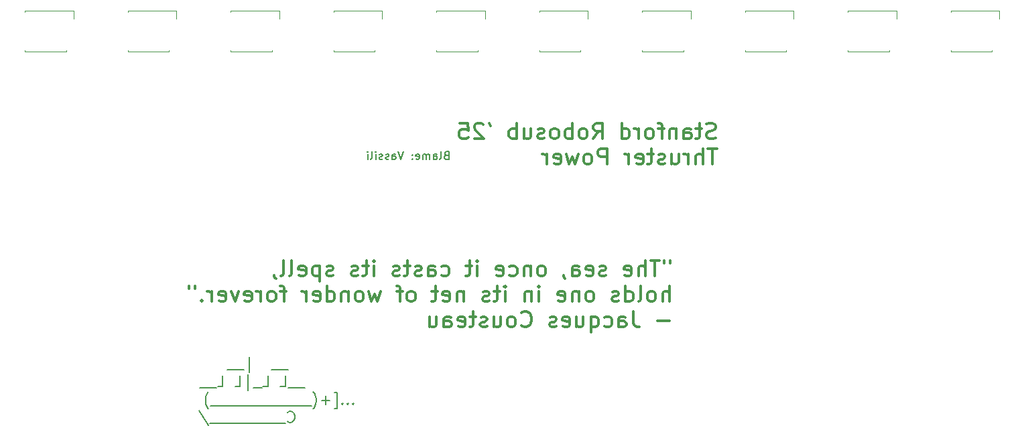
<source format=gbr>
%TF.GenerationSoftware,KiCad,Pcbnew,8.0.3*%
%TF.CreationDate,2025-06-04T12:12:44-07:00*%
%TF.ProjectId,Power_Distribution,506f7765-725f-4446-9973-747269627574,rev?*%
%TF.SameCoordinates,Original*%
%TF.FileFunction,Legend,Bot*%
%TF.FilePolarity,Positive*%
%FSLAX46Y46*%
G04 Gerber Fmt 4.6, Leading zero omitted, Abs format (unit mm)*
G04 Created by KiCad (PCBNEW 8.0.3) date 2025-06-04 12:12:44*
%MOMM*%
%LPD*%
G01*
G04 APERTURE LIST*
%ADD10C,0.150000*%
%ADD11C,0.300000*%
%ADD12C,0.120000*%
G04 APERTURE END LIST*
D10*
X118571313Y-98627834D02*
X117504646Y-98627834D01*
X117504646Y-98627834D02*
X116437979Y-98627834D01*
X113637978Y-98961167D02*
X113637978Y-96961167D01*
X112971312Y-98627834D02*
X111904645Y-98627834D01*
X111904645Y-98627834D02*
X110837978Y-98627834D01*
X120704647Y-100881756D02*
X119637980Y-100881756D01*
X119637980Y-100881756D02*
X118571313Y-100881756D01*
X117571313Y-100748422D02*
X118237979Y-100748422D01*
X118237979Y-100748422D02*
X118237979Y-99348422D01*
X115371313Y-100748422D02*
X116037979Y-100748422D01*
X116037979Y-100748422D02*
X116037979Y-99348422D01*
X115237980Y-100881756D02*
X114171313Y-100881756D01*
X113504646Y-101215089D02*
X113504646Y-99215089D01*
X111837980Y-100748422D02*
X112504646Y-100748422D01*
X112504646Y-100748422D02*
X112504646Y-99348422D01*
X109637980Y-100748422D02*
X110304646Y-100748422D01*
X110304646Y-100748422D02*
X110304646Y-99348422D01*
X109504647Y-100881756D02*
X108437980Y-100881756D01*
X108437980Y-100881756D02*
X107371313Y-100881756D01*
X126771315Y-102869011D02*
X126704649Y-102935678D01*
X126704649Y-102935678D02*
X126771315Y-103002344D01*
X126771315Y-103002344D02*
X126837982Y-102935678D01*
X126837982Y-102935678D02*
X126771315Y-102869011D01*
X126771315Y-102869011D02*
X126771315Y-103002344D01*
X126104648Y-102869011D02*
X126037982Y-102935678D01*
X126037982Y-102935678D02*
X126104648Y-103002344D01*
X126104648Y-103002344D02*
X126171315Y-102935678D01*
X126171315Y-102935678D02*
X126104648Y-102869011D01*
X126104648Y-102869011D02*
X126104648Y-103002344D01*
X125437981Y-102869011D02*
X125371315Y-102935678D01*
X125371315Y-102935678D02*
X125437981Y-103002344D01*
X125437981Y-103002344D02*
X125504648Y-102935678D01*
X125504648Y-102935678D02*
X125437981Y-102869011D01*
X125437981Y-102869011D02*
X125437981Y-103002344D01*
X124371314Y-103469011D02*
X124704648Y-103469011D01*
X124704648Y-103469011D02*
X124704648Y-101469011D01*
X124704648Y-101469011D02*
X124371314Y-101469011D01*
X123837981Y-102469011D02*
X122771315Y-102469011D01*
X123304648Y-103002344D02*
X123304648Y-101935678D01*
X121704648Y-103535678D02*
X121771315Y-103469011D01*
X121771315Y-103469011D02*
X121904648Y-103269011D01*
X121904648Y-103269011D02*
X121971315Y-103135678D01*
X121971315Y-103135678D02*
X122037982Y-102935678D01*
X122037982Y-102935678D02*
X122104648Y-102602344D01*
X122104648Y-102602344D02*
X122104648Y-102335678D01*
X122104648Y-102335678D02*
X122037982Y-102002344D01*
X122037982Y-102002344D02*
X121971315Y-101802344D01*
X121971315Y-101802344D02*
X121904648Y-101669011D01*
X121904648Y-101669011D02*
X121771315Y-101469011D01*
X121771315Y-101469011D02*
X121704648Y-101402344D01*
X121504649Y-103135678D02*
X120437982Y-103135678D01*
X120437982Y-103135678D02*
X119371315Y-103135678D01*
X119371315Y-103135678D02*
X118304648Y-103135678D01*
X118304648Y-103135678D02*
X117237981Y-103135678D01*
X117237981Y-103135678D02*
X116171314Y-103135678D01*
X116171314Y-103135678D02*
X115104647Y-103135678D01*
X115104647Y-103135678D02*
X114037980Y-103135678D01*
X114037980Y-103135678D02*
X112971313Y-103135678D01*
X112971313Y-103135678D02*
X111904646Y-103135678D01*
X111904646Y-103135678D02*
X110837979Y-103135678D01*
X110837979Y-103135678D02*
X109771312Y-103135678D01*
X109771312Y-103135678D02*
X108704645Y-103135678D01*
X108504645Y-103535678D02*
X108437978Y-103469011D01*
X108437978Y-103469011D02*
X108304645Y-103269011D01*
X108304645Y-103269011D02*
X108237978Y-103135678D01*
X108237978Y-103135678D02*
X108171311Y-102935678D01*
X108171311Y-102935678D02*
X108104645Y-102602344D01*
X108104645Y-102602344D02*
X108104645Y-102335678D01*
X108104645Y-102335678D02*
X108171311Y-102002344D01*
X108171311Y-102002344D02*
X108237978Y-101802344D01*
X108237978Y-101802344D02*
X108304645Y-101669011D01*
X108304645Y-101669011D02*
X108437978Y-101469011D01*
X108437978Y-101469011D02*
X108504645Y-101402344D01*
X118504646Y-105122933D02*
X118571313Y-105189600D01*
X118571313Y-105189600D02*
X118771313Y-105256266D01*
X118771313Y-105256266D02*
X118904646Y-105256266D01*
X118904646Y-105256266D02*
X119104646Y-105189600D01*
X119104646Y-105189600D02*
X119237980Y-105056266D01*
X119237980Y-105056266D02*
X119304646Y-104922933D01*
X119304646Y-104922933D02*
X119371313Y-104656266D01*
X119371313Y-104656266D02*
X119371313Y-104456266D01*
X119371313Y-104456266D02*
X119304646Y-104189600D01*
X119304646Y-104189600D02*
X119237980Y-104056266D01*
X119237980Y-104056266D02*
X119104646Y-103922933D01*
X119104646Y-103922933D02*
X118904646Y-103856266D01*
X118904646Y-103856266D02*
X118771313Y-103856266D01*
X118771313Y-103856266D02*
X118571313Y-103922933D01*
X118571313Y-103922933D02*
X118504646Y-103989600D01*
X118237980Y-105389600D02*
X117171313Y-105389600D01*
X117171313Y-105389600D02*
X116104646Y-105389600D01*
X116104646Y-105389600D02*
X115037979Y-105389600D01*
X115037979Y-105389600D02*
X113971312Y-105389600D01*
X113971312Y-105389600D02*
X112904645Y-105389600D01*
X112904645Y-105389600D02*
X111837978Y-105389600D01*
X111837978Y-105389600D02*
X110771311Y-105389600D01*
X110771311Y-105389600D02*
X109704644Y-105389600D01*
X109704644Y-105389600D02*
X108637977Y-105389600D01*
X107304643Y-103789600D02*
X108504643Y-105589600D01*
X138521887Y-71482009D02*
X138379030Y-71529628D01*
X138379030Y-71529628D02*
X138331411Y-71577247D01*
X138331411Y-71577247D02*
X138283792Y-71672485D01*
X138283792Y-71672485D02*
X138283792Y-71815342D01*
X138283792Y-71815342D02*
X138331411Y-71910580D01*
X138331411Y-71910580D02*
X138379030Y-71958200D01*
X138379030Y-71958200D02*
X138474268Y-72005819D01*
X138474268Y-72005819D02*
X138855220Y-72005819D01*
X138855220Y-72005819D02*
X138855220Y-71005819D01*
X138855220Y-71005819D02*
X138521887Y-71005819D01*
X138521887Y-71005819D02*
X138426649Y-71053438D01*
X138426649Y-71053438D02*
X138379030Y-71101057D01*
X138379030Y-71101057D02*
X138331411Y-71196295D01*
X138331411Y-71196295D02*
X138331411Y-71291533D01*
X138331411Y-71291533D02*
X138379030Y-71386771D01*
X138379030Y-71386771D02*
X138426649Y-71434390D01*
X138426649Y-71434390D02*
X138521887Y-71482009D01*
X138521887Y-71482009D02*
X138855220Y-71482009D01*
X137712363Y-72005819D02*
X137807601Y-71958200D01*
X137807601Y-71958200D02*
X137855220Y-71862961D01*
X137855220Y-71862961D02*
X137855220Y-71005819D01*
X136902839Y-72005819D02*
X136902839Y-71482009D01*
X136902839Y-71482009D02*
X136950458Y-71386771D01*
X136950458Y-71386771D02*
X137045696Y-71339152D01*
X137045696Y-71339152D02*
X137236172Y-71339152D01*
X137236172Y-71339152D02*
X137331410Y-71386771D01*
X136902839Y-71958200D02*
X136998077Y-72005819D01*
X136998077Y-72005819D02*
X137236172Y-72005819D01*
X137236172Y-72005819D02*
X137331410Y-71958200D01*
X137331410Y-71958200D02*
X137379029Y-71862961D01*
X137379029Y-71862961D02*
X137379029Y-71767723D01*
X137379029Y-71767723D02*
X137331410Y-71672485D01*
X137331410Y-71672485D02*
X137236172Y-71624866D01*
X137236172Y-71624866D02*
X136998077Y-71624866D01*
X136998077Y-71624866D02*
X136902839Y-71577247D01*
X136426648Y-72005819D02*
X136426648Y-71339152D01*
X136426648Y-71434390D02*
X136379029Y-71386771D01*
X136379029Y-71386771D02*
X136283791Y-71339152D01*
X136283791Y-71339152D02*
X136140934Y-71339152D01*
X136140934Y-71339152D02*
X136045696Y-71386771D01*
X136045696Y-71386771D02*
X135998077Y-71482009D01*
X135998077Y-71482009D02*
X135998077Y-72005819D01*
X135998077Y-71482009D02*
X135950458Y-71386771D01*
X135950458Y-71386771D02*
X135855220Y-71339152D01*
X135855220Y-71339152D02*
X135712363Y-71339152D01*
X135712363Y-71339152D02*
X135617124Y-71386771D01*
X135617124Y-71386771D02*
X135569505Y-71482009D01*
X135569505Y-71482009D02*
X135569505Y-72005819D01*
X134712363Y-71958200D02*
X134807601Y-72005819D01*
X134807601Y-72005819D02*
X134998077Y-72005819D01*
X134998077Y-72005819D02*
X135093315Y-71958200D01*
X135093315Y-71958200D02*
X135140934Y-71862961D01*
X135140934Y-71862961D02*
X135140934Y-71482009D01*
X135140934Y-71482009D02*
X135093315Y-71386771D01*
X135093315Y-71386771D02*
X134998077Y-71339152D01*
X134998077Y-71339152D02*
X134807601Y-71339152D01*
X134807601Y-71339152D02*
X134712363Y-71386771D01*
X134712363Y-71386771D02*
X134664744Y-71482009D01*
X134664744Y-71482009D02*
X134664744Y-71577247D01*
X134664744Y-71577247D02*
X135140934Y-71672485D01*
X134236172Y-71910580D02*
X134188553Y-71958200D01*
X134188553Y-71958200D02*
X134236172Y-72005819D01*
X134236172Y-72005819D02*
X134283791Y-71958200D01*
X134283791Y-71958200D02*
X134236172Y-71910580D01*
X134236172Y-71910580D02*
X134236172Y-72005819D01*
X134236172Y-71386771D02*
X134188553Y-71434390D01*
X134188553Y-71434390D02*
X134236172Y-71482009D01*
X134236172Y-71482009D02*
X134283791Y-71434390D01*
X134283791Y-71434390D02*
X134236172Y-71386771D01*
X134236172Y-71386771D02*
X134236172Y-71482009D01*
X133140934Y-71005819D02*
X132807601Y-72005819D01*
X132807601Y-72005819D02*
X132474268Y-71005819D01*
X131712363Y-72005819D02*
X131712363Y-71482009D01*
X131712363Y-71482009D02*
X131759982Y-71386771D01*
X131759982Y-71386771D02*
X131855220Y-71339152D01*
X131855220Y-71339152D02*
X132045696Y-71339152D01*
X132045696Y-71339152D02*
X132140934Y-71386771D01*
X131712363Y-71958200D02*
X131807601Y-72005819D01*
X131807601Y-72005819D02*
X132045696Y-72005819D01*
X132045696Y-72005819D02*
X132140934Y-71958200D01*
X132140934Y-71958200D02*
X132188553Y-71862961D01*
X132188553Y-71862961D02*
X132188553Y-71767723D01*
X132188553Y-71767723D02*
X132140934Y-71672485D01*
X132140934Y-71672485D02*
X132045696Y-71624866D01*
X132045696Y-71624866D02*
X131807601Y-71624866D01*
X131807601Y-71624866D02*
X131712363Y-71577247D01*
X131283791Y-71958200D02*
X131188553Y-72005819D01*
X131188553Y-72005819D02*
X130998077Y-72005819D01*
X130998077Y-72005819D02*
X130902839Y-71958200D01*
X130902839Y-71958200D02*
X130855220Y-71862961D01*
X130855220Y-71862961D02*
X130855220Y-71815342D01*
X130855220Y-71815342D02*
X130902839Y-71720104D01*
X130902839Y-71720104D02*
X130998077Y-71672485D01*
X130998077Y-71672485D02*
X131140934Y-71672485D01*
X131140934Y-71672485D02*
X131236172Y-71624866D01*
X131236172Y-71624866D02*
X131283791Y-71529628D01*
X131283791Y-71529628D02*
X131283791Y-71482009D01*
X131283791Y-71482009D02*
X131236172Y-71386771D01*
X131236172Y-71386771D02*
X131140934Y-71339152D01*
X131140934Y-71339152D02*
X130998077Y-71339152D01*
X130998077Y-71339152D02*
X130902839Y-71386771D01*
X130474267Y-71958200D02*
X130379029Y-72005819D01*
X130379029Y-72005819D02*
X130188553Y-72005819D01*
X130188553Y-72005819D02*
X130093315Y-71958200D01*
X130093315Y-71958200D02*
X130045696Y-71862961D01*
X130045696Y-71862961D02*
X130045696Y-71815342D01*
X130045696Y-71815342D02*
X130093315Y-71720104D01*
X130093315Y-71720104D02*
X130188553Y-71672485D01*
X130188553Y-71672485D02*
X130331410Y-71672485D01*
X130331410Y-71672485D02*
X130426648Y-71624866D01*
X130426648Y-71624866D02*
X130474267Y-71529628D01*
X130474267Y-71529628D02*
X130474267Y-71482009D01*
X130474267Y-71482009D02*
X130426648Y-71386771D01*
X130426648Y-71386771D02*
X130331410Y-71339152D01*
X130331410Y-71339152D02*
X130188553Y-71339152D01*
X130188553Y-71339152D02*
X130093315Y-71386771D01*
X129617124Y-72005819D02*
X129617124Y-71339152D01*
X129617124Y-71005819D02*
X129664743Y-71053438D01*
X129664743Y-71053438D02*
X129617124Y-71101057D01*
X129617124Y-71101057D02*
X129569505Y-71053438D01*
X129569505Y-71053438D02*
X129617124Y-71005819D01*
X129617124Y-71005819D02*
X129617124Y-71101057D01*
X128998077Y-72005819D02*
X129093315Y-71958200D01*
X129093315Y-71958200D02*
X129140934Y-71862961D01*
X129140934Y-71862961D02*
X129140934Y-71005819D01*
X128617124Y-72005819D02*
X128617124Y-71339152D01*
X128617124Y-71005819D02*
X128664743Y-71053438D01*
X128664743Y-71053438D02*
X128617124Y-71101057D01*
X128617124Y-71101057D02*
X128569505Y-71053438D01*
X128569505Y-71053438D02*
X128617124Y-71005819D01*
X128617124Y-71005819D02*
X128617124Y-71101057D01*
D11*
X166807679Y-84771862D02*
X166807679Y-85152814D01*
X166045774Y-84771862D02*
X166045774Y-85152814D01*
X165474345Y-84771862D02*
X164331488Y-84771862D01*
X164902917Y-86771862D02*
X164902917Y-84771862D01*
X163664821Y-86771862D02*
X163664821Y-84771862D01*
X162807678Y-86771862D02*
X162807678Y-85724243D01*
X162807678Y-85724243D02*
X162902916Y-85533766D01*
X162902916Y-85533766D02*
X163093392Y-85438528D01*
X163093392Y-85438528D02*
X163379107Y-85438528D01*
X163379107Y-85438528D02*
X163569583Y-85533766D01*
X163569583Y-85533766D02*
X163664821Y-85629004D01*
X161093392Y-86676624D02*
X161283868Y-86771862D01*
X161283868Y-86771862D02*
X161664821Y-86771862D01*
X161664821Y-86771862D02*
X161855297Y-86676624D01*
X161855297Y-86676624D02*
X161950535Y-86486147D01*
X161950535Y-86486147D02*
X161950535Y-85724243D01*
X161950535Y-85724243D02*
X161855297Y-85533766D01*
X161855297Y-85533766D02*
X161664821Y-85438528D01*
X161664821Y-85438528D02*
X161283868Y-85438528D01*
X161283868Y-85438528D02*
X161093392Y-85533766D01*
X161093392Y-85533766D02*
X160998154Y-85724243D01*
X160998154Y-85724243D02*
X160998154Y-85914719D01*
X160998154Y-85914719D02*
X161950535Y-86105195D01*
X158712439Y-86676624D02*
X158521963Y-86771862D01*
X158521963Y-86771862D02*
X158141011Y-86771862D01*
X158141011Y-86771862D02*
X157950534Y-86676624D01*
X157950534Y-86676624D02*
X157855296Y-86486147D01*
X157855296Y-86486147D02*
X157855296Y-86390909D01*
X157855296Y-86390909D02*
X157950534Y-86200433D01*
X157950534Y-86200433D02*
X158141011Y-86105195D01*
X158141011Y-86105195D02*
X158426725Y-86105195D01*
X158426725Y-86105195D02*
X158617201Y-86009957D01*
X158617201Y-86009957D02*
X158712439Y-85819481D01*
X158712439Y-85819481D02*
X158712439Y-85724243D01*
X158712439Y-85724243D02*
X158617201Y-85533766D01*
X158617201Y-85533766D02*
X158426725Y-85438528D01*
X158426725Y-85438528D02*
X158141011Y-85438528D01*
X158141011Y-85438528D02*
X157950534Y-85533766D01*
X156236248Y-86676624D02*
X156426724Y-86771862D01*
X156426724Y-86771862D02*
X156807677Y-86771862D01*
X156807677Y-86771862D02*
X156998153Y-86676624D01*
X156998153Y-86676624D02*
X157093391Y-86486147D01*
X157093391Y-86486147D02*
X157093391Y-85724243D01*
X157093391Y-85724243D02*
X156998153Y-85533766D01*
X156998153Y-85533766D02*
X156807677Y-85438528D01*
X156807677Y-85438528D02*
X156426724Y-85438528D01*
X156426724Y-85438528D02*
X156236248Y-85533766D01*
X156236248Y-85533766D02*
X156141010Y-85724243D01*
X156141010Y-85724243D02*
X156141010Y-85914719D01*
X156141010Y-85914719D02*
X157093391Y-86105195D01*
X154426724Y-86771862D02*
X154426724Y-85724243D01*
X154426724Y-85724243D02*
X154521962Y-85533766D01*
X154521962Y-85533766D02*
X154712438Y-85438528D01*
X154712438Y-85438528D02*
X155093391Y-85438528D01*
X155093391Y-85438528D02*
X155283867Y-85533766D01*
X154426724Y-86676624D02*
X154617200Y-86771862D01*
X154617200Y-86771862D02*
X155093391Y-86771862D01*
X155093391Y-86771862D02*
X155283867Y-86676624D01*
X155283867Y-86676624D02*
X155379105Y-86486147D01*
X155379105Y-86486147D02*
X155379105Y-86295671D01*
X155379105Y-86295671D02*
X155283867Y-86105195D01*
X155283867Y-86105195D02*
X155093391Y-86009957D01*
X155093391Y-86009957D02*
X154617200Y-86009957D01*
X154617200Y-86009957D02*
X154426724Y-85914719D01*
X153379105Y-86676624D02*
X153379105Y-86771862D01*
X153379105Y-86771862D02*
X153474343Y-86962338D01*
X153474343Y-86962338D02*
X153569581Y-87057576D01*
X150712438Y-86771862D02*
X150902914Y-86676624D01*
X150902914Y-86676624D02*
X150998152Y-86581385D01*
X150998152Y-86581385D02*
X151093390Y-86390909D01*
X151093390Y-86390909D02*
X151093390Y-85819481D01*
X151093390Y-85819481D02*
X150998152Y-85629004D01*
X150998152Y-85629004D02*
X150902914Y-85533766D01*
X150902914Y-85533766D02*
X150712438Y-85438528D01*
X150712438Y-85438528D02*
X150426723Y-85438528D01*
X150426723Y-85438528D02*
X150236247Y-85533766D01*
X150236247Y-85533766D02*
X150141009Y-85629004D01*
X150141009Y-85629004D02*
X150045771Y-85819481D01*
X150045771Y-85819481D02*
X150045771Y-86390909D01*
X150045771Y-86390909D02*
X150141009Y-86581385D01*
X150141009Y-86581385D02*
X150236247Y-86676624D01*
X150236247Y-86676624D02*
X150426723Y-86771862D01*
X150426723Y-86771862D02*
X150712438Y-86771862D01*
X149188628Y-85438528D02*
X149188628Y-86771862D01*
X149188628Y-85629004D02*
X149093390Y-85533766D01*
X149093390Y-85533766D02*
X148902914Y-85438528D01*
X148902914Y-85438528D02*
X148617199Y-85438528D01*
X148617199Y-85438528D02*
X148426723Y-85533766D01*
X148426723Y-85533766D02*
X148331485Y-85724243D01*
X148331485Y-85724243D02*
X148331485Y-86771862D01*
X146521961Y-86676624D02*
X146712437Y-86771862D01*
X146712437Y-86771862D02*
X147093390Y-86771862D01*
X147093390Y-86771862D02*
X147283866Y-86676624D01*
X147283866Y-86676624D02*
X147379104Y-86581385D01*
X147379104Y-86581385D02*
X147474342Y-86390909D01*
X147474342Y-86390909D02*
X147474342Y-85819481D01*
X147474342Y-85819481D02*
X147379104Y-85629004D01*
X147379104Y-85629004D02*
X147283866Y-85533766D01*
X147283866Y-85533766D02*
X147093390Y-85438528D01*
X147093390Y-85438528D02*
X146712437Y-85438528D01*
X146712437Y-85438528D02*
X146521961Y-85533766D01*
X144902913Y-86676624D02*
X145093389Y-86771862D01*
X145093389Y-86771862D02*
X145474342Y-86771862D01*
X145474342Y-86771862D02*
X145664818Y-86676624D01*
X145664818Y-86676624D02*
X145760056Y-86486147D01*
X145760056Y-86486147D02*
X145760056Y-85724243D01*
X145760056Y-85724243D02*
X145664818Y-85533766D01*
X145664818Y-85533766D02*
X145474342Y-85438528D01*
X145474342Y-85438528D02*
X145093389Y-85438528D01*
X145093389Y-85438528D02*
X144902913Y-85533766D01*
X144902913Y-85533766D02*
X144807675Y-85724243D01*
X144807675Y-85724243D02*
X144807675Y-85914719D01*
X144807675Y-85914719D02*
X145760056Y-86105195D01*
X142426722Y-86771862D02*
X142426722Y-85438528D01*
X142426722Y-84771862D02*
X142521960Y-84867100D01*
X142521960Y-84867100D02*
X142426722Y-84962338D01*
X142426722Y-84962338D02*
X142331484Y-84867100D01*
X142331484Y-84867100D02*
X142426722Y-84771862D01*
X142426722Y-84771862D02*
X142426722Y-84962338D01*
X141760055Y-85438528D02*
X140998151Y-85438528D01*
X141474341Y-84771862D02*
X141474341Y-86486147D01*
X141474341Y-86486147D02*
X141379103Y-86676624D01*
X141379103Y-86676624D02*
X141188627Y-86771862D01*
X141188627Y-86771862D02*
X140998151Y-86771862D01*
X137950531Y-86676624D02*
X138141007Y-86771862D01*
X138141007Y-86771862D02*
X138521960Y-86771862D01*
X138521960Y-86771862D02*
X138712436Y-86676624D01*
X138712436Y-86676624D02*
X138807674Y-86581385D01*
X138807674Y-86581385D02*
X138902912Y-86390909D01*
X138902912Y-86390909D02*
X138902912Y-85819481D01*
X138902912Y-85819481D02*
X138807674Y-85629004D01*
X138807674Y-85629004D02*
X138712436Y-85533766D01*
X138712436Y-85533766D02*
X138521960Y-85438528D01*
X138521960Y-85438528D02*
X138141007Y-85438528D01*
X138141007Y-85438528D02*
X137950531Y-85533766D01*
X136236245Y-86771862D02*
X136236245Y-85724243D01*
X136236245Y-85724243D02*
X136331483Y-85533766D01*
X136331483Y-85533766D02*
X136521959Y-85438528D01*
X136521959Y-85438528D02*
X136902912Y-85438528D01*
X136902912Y-85438528D02*
X137093388Y-85533766D01*
X136236245Y-86676624D02*
X136426721Y-86771862D01*
X136426721Y-86771862D02*
X136902912Y-86771862D01*
X136902912Y-86771862D02*
X137093388Y-86676624D01*
X137093388Y-86676624D02*
X137188626Y-86486147D01*
X137188626Y-86486147D02*
X137188626Y-86295671D01*
X137188626Y-86295671D02*
X137093388Y-86105195D01*
X137093388Y-86105195D02*
X136902912Y-86009957D01*
X136902912Y-86009957D02*
X136426721Y-86009957D01*
X136426721Y-86009957D02*
X136236245Y-85914719D01*
X135379102Y-86676624D02*
X135188626Y-86771862D01*
X135188626Y-86771862D02*
X134807674Y-86771862D01*
X134807674Y-86771862D02*
X134617197Y-86676624D01*
X134617197Y-86676624D02*
X134521959Y-86486147D01*
X134521959Y-86486147D02*
X134521959Y-86390909D01*
X134521959Y-86390909D02*
X134617197Y-86200433D01*
X134617197Y-86200433D02*
X134807674Y-86105195D01*
X134807674Y-86105195D02*
X135093388Y-86105195D01*
X135093388Y-86105195D02*
X135283864Y-86009957D01*
X135283864Y-86009957D02*
X135379102Y-85819481D01*
X135379102Y-85819481D02*
X135379102Y-85724243D01*
X135379102Y-85724243D02*
X135283864Y-85533766D01*
X135283864Y-85533766D02*
X135093388Y-85438528D01*
X135093388Y-85438528D02*
X134807674Y-85438528D01*
X134807674Y-85438528D02*
X134617197Y-85533766D01*
X133950530Y-85438528D02*
X133188626Y-85438528D01*
X133664816Y-84771862D02*
X133664816Y-86486147D01*
X133664816Y-86486147D02*
X133569578Y-86676624D01*
X133569578Y-86676624D02*
X133379102Y-86771862D01*
X133379102Y-86771862D02*
X133188626Y-86771862D01*
X132617197Y-86676624D02*
X132426721Y-86771862D01*
X132426721Y-86771862D02*
X132045769Y-86771862D01*
X132045769Y-86771862D02*
X131855292Y-86676624D01*
X131855292Y-86676624D02*
X131760054Y-86486147D01*
X131760054Y-86486147D02*
X131760054Y-86390909D01*
X131760054Y-86390909D02*
X131855292Y-86200433D01*
X131855292Y-86200433D02*
X132045769Y-86105195D01*
X132045769Y-86105195D02*
X132331483Y-86105195D01*
X132331483Y-86105195D02*
X132521959Y-86009957D01*
X132521959Y-86009957D02*
X132617197Y-85819481D01*
X132617197Y-85819481D02*
X132617197Y-85724243D01*
X132617197Y-85724243D02*
X132521959Y-85533766D01*
X132521959Y-85533766D02*
X132331483Y-85438528D01*
X132331483Y-85438528D02*
X132045769Y-85438528D01*
X132045769Y-85438528D02*
X131855292Y-85533766D01*
X129379101Y-86771862D02*
X129379101Y-85438528D01*
X129379101Y-84771862D02*
X129474339Y-84867100D01*
X129474339Y-84867100D02*
X129379101Y-84962338D01*
X129379101Y-84962338D02*
X129283863Y-84867100D01*
X129283863Y-84867100D02*
X129379101Y-84771862D01*
X129379101Y-84771862D02*
X129379101Y-84962338D01*
X128712434Y-85438528D02*
X127950530Y-85438528D01*
X128426720Y-84771862D02*
X128426720Y-86486147D01*
X128426720Y-86486147D02*
X128331482Y-86676624D01*
X128331482Y-86676624D02*
X128141006Y-86771862D01*
X128141006Y-86771862D02*
X127950530Y-86771862D01*
X127379101Y-86676624D02*
X127188625Y-86771862D01*
X127188625Y-86771862D02*
X126807673Y-86771862D01*
X126807673Y-86771862D02*
X126617196Y-86676624D01*
X126617196Y-86676624D02*
X126521958Y-86486147D01*
X126521958Y-86486147D02*
X126521958Y-86390909D01*
X126521958Y-86390909D02*
X126617196Y-86200433D01*
X126617196Y-86200433D02*
X126807673Y-86105195D01*
X126807673Y-86105195D02*
X127093387Y-86105195D01*
X127093387Y-86105195D02*
X127283863Y-86009957D01*
X127283863Y-86009957D02*
X127379101Y-85819481D01*
X127379101Y-85819481D02*
X127379101Y-85724243D01*
X127379101Y-85724243D02*
X127283863Y-85533766D01*
X127283863Y-85533766D02*
X127093387Y-85438528D01*
X127093387Y-85438528D02*
X126807673Y-85438528D01*
X126807673Y-85438528D02*
X126617196Y-85533766D01*
X124236243Y-86676624D02*
X124045767Y-86771862D01*
X124045767Y-86771862D02*
X123664815Y-86771862D01*
X123664815Y-86771862D02*
X123474338Y-86676624D01*
X123474338Y-86676624D02*
X123379100Y-86486147D01*
X123379100Y-86486147D02*
X123379100Y-86390909D01*
X123379100Y-86390909D02*
X123474338Y-86200433D01*
X123474338Y-86200433D02*
X123664815Y-86105195D01*
X123664815Y-86105195D02*
X123950529Y-86105195D01*
X123950529Y-86105195D02*
X124141005Y-86009957D01*
X124141005Y-86009957D02*
X124236243Y-85819481D01*
X124236243Y-85819481D02*
X124236243Y-85724243D01*
X124236243Y-85724243D02*
X124141005Y-85533766D01*
X124141005Y-85533766D02*
X123950529Y-85438528D01*
X123950529Y-85438528D02*
X123664815Y-85438528D01*
X123664815Y-85438528D02*
X123474338Y-85533766D01*
X122521957Y-85438528D02*
X122521957Y-87438528D01*
X122521957Y-85533766D02*
X122331481Y-85438528D01*
X122331481Y-85438528D02*
X121950528Y-85438528D01*
X121950528Y-85438528D02*
X121760052Y-85533766D01*
X121760052Y-85533766D02*
X121664814Y-85629004D01*
X121664814Y-85629004D02*
X121569576Y-85819481D01*
X121569576Y-85819481D02*
X121569576Y-86390909D01*
X121569576Y-86390909D02*
X121664814Y-86581385D01*
X121664814Y-86581385D02*
X121760052Y-86676624D01*
X121760052Y-86676624D02*
X121950528Y-86771862D01*
X121950528Y-86771862D02*
X122331481Y-86771862D01*
X122331481Y-86771862D02*
X122521957Y-86676624D01*
X119950528Y-86676624D02*
X120141004Y-86771862D01*
X120141004Y-86771862D02*
X120521957Y-86771862D01*
X120521957Y-86771862D02*
X120712433Y-86676624D01*
X120712433Y-86676624D02*
X120807671Y-86486147D01*
X120807671Y-86486147D02*
X120807671Y-85724243D01*
X120807671Y-85724243D02*
X120712433Y-85533766D01*
X120712433Y-85533766D02*
X120521957Y-85438528D01*
X120521957Y-85438528D02*
X120141004Y-85438528D01*
X120141004Y-85438528D02*
X119950528Y-85533766D01*
X119950528Y-85533766D02*
X119855290Y-85724243D01*
X119855290Y-85724243D02*
X119855290Y-85914719D01*
X119855290Y-85914719D02*
X120807671Y-86105195D01*
X118712433Y-86771862D02*
X118902909Y-86676624D01*
X118902909Y-86676624D02*
X118998147Y-86486147D01*
X118998147Y-86486147D02*
X118998147Y-84771862D01*
X117664814Y-86771862D02*
X117855290Y-86676624D01*
X117855290Y-86676624D02*
X117950528Y-86486147D01*
X117950528Y-86486147D02*
X117950528Y-84771862D01*
X116807671Y-86676624D02*
X116807671Y-86771862D01*
X116807671Y-86771862D02*
X116902909Y-86962338D01*
X116902909Y-86962338D02*
X116998147Y-87057576D01*
X166712441Y-89991750D02*
X166712441Y-87991750D01*
X165855298Y-89991750D02*
X165855298Y-88944131D01*
X165855298Y-88944131D02*
X165950536Y-88753654D01*
X165950536Y-88753654D02*
X166141012Y-88658416D01*
X166141012Y-88658416D02*
X166426727Y-88658416D01*
X166426727Y-88658416D02*
X166617203Y-88753654D01*
X166617203Y-88753654D02*
X166712441Y-88848892D01*
X164617203Y-89991750D02*
X164807679Y-89896512D01*
X164807679Y-89896512D02*
X164902917Y-89801273D01*
X164902917Y-89801273D02*
X164998155Y-89610797D01*
X164998155Y-89610797D02*
X164998155Y-89039369D01*
X164998155Y-89039369D02*
X164902917Y-88848892D01*
X164902917Y-88848892D02*
X164807679Y-88753654D01*
X164807679Y-88753654D02*
X164617203Y-88658416D01*
X164617203Y-88658416D02*
X164331488Y-88658416D01*
X164331488Y-88658416D02*
X164141012Y-88753654D01*
X164141012Y-88753654D02*
X164045774Y-88848892D01*
X164045774Y-88848892D02*
X163950536Y-89039369D01*
X163950536Y-89039369D02*
X163950536Y-89610797D01*
X163950536Y-89610797D02*
X164045774Y-89801273D01*
X164045774Y-89801273D02*
X164141012Y-89896512D01*
X164141012Y-89896512D02*
X164331488Y-89991750D01*
X164331488Y-89991750D02*
X164617203Y-89991750D01*
X162807679Y-89991750D02*
X162998155Y-89896512D01*
X162998155Y-89896512D02*
X163093393Y-89706035D01*
X163093393Y-89706035D02*
X163093393Y-87991750D01*
X161188631Y-89991750D02*
X161188631Y-87991750D01*
X161188631Y-89896512D02*
X161379107Y-89991750D01*
X161379107Y-89991750D02*
X161760060Y-89991750D01*
X161760060Y-89991750D02*
X161950536Y-89896512D01*
X161950536Y-89896512D02*
X162045774Y-89801273D01*
X162045774Y-89801273D02*
X162141012Y-89610797D01*
X162141012Y-89610797D02*
X162141012Y-89039369D01*
X162141012Y-89039369D02*
X162045774Y-88848892D01*
X162045774Y-88848892D02*
X161950536Y-88753654D01*
X161950536Y-88753654D02*
X161760060Y-88658416D01*
X161760060Y-88658416D02*
X161379107Y-88658416D01*
X161379107Y-88658416D02*
X161188631Y-88753654D01*
X160331488Y-89896512D02*
X160141012Y-89991750D01*
X160141012Y-89991750D02*
X159760060Y-89991750D01*
X159760060Y-89991750D02*
X159569583Y-89896512D01*
X159569583Y-89896512D02*
X159474345Y-89706035D01*
X159474345Y-89706035D02*
X159474345Y-89610797D01*
X159474345Y-89610797D02*
X159569583Y-89420321D01*
X159569583Y-89420321D02*
X159760060Y-89325083D01*
X159760060Y-89325083D02*
X160045774Y-89325083D01*
X160045774Y-89325083D02*
X160236250Y-89229845D01*
X160236250Y-89229845D02*
X160331488Y-89039369D01*
X160331488Y-89039369D02*
X160331488Y-88944131D01*
X160331488Y-88944131D02*
X160236250Y-88753654D01*
X160236250Y-88753654D02*
X160045774Y-88658416D01*
X160045774Y-88658416D02*
X159760060Y-88658416D01*
X159760060Y-88658416D02*
X159569583Y-88753654D01*
X156807678Y-89991750D02*
X156998154Y-89896512D01*
X156998154Y-89896512D02*
X157093392Y-89801273D01*
X157093392Y-89801273D02*
X157188630Y-89610797D01*
X157188630Y-89610797D02*
X157188630Y-89039369D01*
X157188630Y-89039369D02*
X157093392Y-88848892D01*
X157093392Y-88848892D02*
X156998154Y-88753654D01*
X156998154Y-88753654D02*
X156807678Y-88658416D01*
X156807678Y-88658416D02*
X156521963Y-88658416D01*
X156521963Y-88658416D02*
X156331487Y-88753654D01*
X156331487Y-88753654D02*
X156236249Y-88848892D01*
X156236249Y-88848892D02*
X156141011Y-89039369D01*
X156141011Y-89039369D02*
X156141011Y-89610797D01*
X156141011Y-89610797D02*
X156236249Y-89801273D01*
X156236249Y-89801273D02*
X156331487Y-89896512D01*
X156331487Y-89896512D02*
X156521963Y-89991750D01*
X156521963Y-89991750D02*
X156807678Y-89991750D01*
X155283868Y-88658416D02*
X155283868Y-89991750D01*
X155283868Y-88848892D02*
X155188630Y-88753654D01*
X155188630Y-88753654D02*
X154998154Y-88658416D01*
X154998154Y-88658416D02*
X154712439Y-88658416D01*
X154712439Y-88658416D02*
X154521963Y-88753654D01*
X154521963Y-88753654D02*
X154426725Y-88944131D01*
X154426725Y-88944131D02*
X154426725Y-89991750D01*
X152712439Y-89896512D02*
X152902915Y-89991750D01*
X152902915Y-89991750D02*
X153283868Y-89991750D01*
X153283868Y-89991750D02*
X153474344Y-89896512D01*
X153474344Y-89896512D02*
X153569582Y-89706035D01*
X153569582Y-89706035D02*
X153569582Y-88944131D01*
X153569582Y-88944131D02*
X153474344Y-88753654D01*
X153474344Y-88753654D02*
X153283868Y-88658416D01*
X153283868Y-88658416D02*
X152902915Y-88658416D01*
X152902915Y-88658416D02*
X152712439Y-88753654D01*
X152712439Y-88753654D02*
X152617201Y-88944131D01*
X152617201Y-88944131D02*
X152617201Y-89134607D01*
X152617201Y-89134607D02*
X153569582Y-89325083D01*
X150236248Y-89991750D02*
X150236248Y-88658416D01*
X150236248Y-87991750D02*
X150331486Y-88086988D01*
X150331486Y-88086988D02*
X150236248Y-88182226D01*
X150236248Y-88182226D02*
X150141010Y-88086988D01*
X150141010Y-88086988D02*
X150236248Y-87991750D01*
X150236248Y-87991750D02*
X150236248Y-88182226D01*
X149283867Y-88658416D02*
X149283867Y-89991750D01*
X149283867Y-88848892D02*
X149188629Y-88753654D01*
X149188629Y-88753654D02*
X148998153Y-88658416D01*
X148998153Y-88658416D02*
X148712438Y-88658416D01*
X148712438Y-88658416D02*
X148521962Y-88753654D01*
X148521962Y-88753654D02*
X148426724Y-88944131D01*
X148426724Y-88944131D02*
X148426724Y-89991750D01*
X145950533Y-89991750D02*
X145950533Y-88658416D01*
X145950533Y-87991750D02*
X146045771Y-88086988D01*
X146045771Y-88086988D02*
X145950533Y-88182226D01*
X145950533Y-88182226D02*
X145855295Y-88086988D01*
X145855295Y-88086988D02*
X145950533Y-87991750D01*
X145950533Y-87991750D02*
X145950533Y-88182226D01*
X145283866Y-88658416D02*
X144521962Y-88658416D01*
X144998152Y-87991750D02*
X144998152Y-89706035D01*
X144998152Y-89706035D02*
X144902914Y-89896512D01*
X144902914Y-89896512D02*
X144712438Y-89991750D01*
X144712438Y-89991750D02*
X144521962Y-89991750D01*
X143950533Y-89896512D02*
X143760057Y-89991750D01*
X143760057Y-89991750D02*
X143379105Y-89991750D01*
X143379105Y-89991750D02*
X143188628Y-89896512D01*
X143188628Y-89896512D02*
X143093390Y-89706035D01*
X143093390Y-89706035D02*
X143093390Y-89610797D01*
X143093390Y-89610797D02*
X143188628Y-89420321D01*
X143188628Y-89420321D02*
X143379105Y-89325083D01*
X143379105Y-89325083D02*
X143664819Y-89325083D01*
X143664819Y-89325083D02*
X143855295Y-89229845D01*
X143855295Y-89229845D02*
X143950533Y-89039369D01*
X143950533Y-89039369D02*
X143950533Y-88944131D01*
X143950533Y-88944131D02*
X143855295Y-88753654D01*
X143855295Y-88753654D02*
X143664819Y-88658416D01*
X143664819Y-88658416D02*
X143379105Y-88658416D01*
X143379105Y-88658416D02*
X143188628Y-88753654D01*
X140712437Y-88658416D02*
X140712437Y-89991750D01*
X140712437Y-88848892D02*
X140617199Y-88753654D01*
X140617199Y-88753654D02*
X140426723Y-88658416D01*
X140426723Y-88658416D02*
X140141008Y-88658416D01*
X140141008Y-88658416D02*
X139950532Y-88753654D01*
X139950532Y-88753654D02*
X139855294Y-88944131D01*
X139855294Y-88944131D02*
X139855294Y-89991750D01*
X138141008Y-89896512D02*
X138331484Y-89991750D01*
X138331484Y-89991750D02*
X138712437Y-89991750D01*
X138712437Y-89991750D02*
X138902913Y-89896512D01*
X138902913Y-89896512D02*
X138998151Y-89706035D01*
X138998151Y-89706035D02*
X138998151Y-88944131D01*
X138998151Y-88944131D02*
X138902913Y-88753654D01*
X138902913Y-88753654D02*
X138712437Y-88658416D01*
X138712437Y-88658416D02*
X138331484Y-88658416D01*
X138331484Y-88658416D02*
X138141008Y-88753654D01*
X138141008Y-88753654D02*
X138045770Y-88944131D01*
X138045770Y-88944131D02*
X138045770Y-89134607D01*
X138045770Y-89134607D02*
X138998151Y-89325083D01*
X137474341Y-88658416D02*
X136712437Y-88658416D01*
X137188627Y-87991750D02*
X137188627Y-89706035D01*
X137188627Y-89706035D02*
X137093389Y-89896512D01*
X137093389Y-89896512D02*
X136902913Y-89991750D01*
X136902913Y-89991750D02*
X136712437Y-89991750D01*
X134236246Y-89991750D02*
X134426722Y-89896512D01*
X134426722Y-89896512D02*
X134521960Y-89801273D01*
X134521960Y-89801273D02*
X134617198Y-89610797D01*
X134617198Y-89610797D02*
X134617198Y-89039369D01*
X134617198Y-89039369D02*
X134521960Y-88848892D01*
X134521960Y-88848892D02*
X134426722Y-88753654D01*
X134426722Y-88753654D02*
X134236246Y-88658416D01*
X134236246Y-88658416D02*
X133950531Y-88658416D01*
X133950531Y-88658416D02*
X133760055Y-88753654D01*
X133760055Y-88753654D02*
X133664817Y-88848892D01*
X133664817Y-88848892D02*
X133569579Y-89039369D01*
X133569579Y-89039369D02*
X133569579Y-89610797D01*
X133569579Y-89610797D02*
X133664817Y-89801273D01*
X133664817Y-89801273D02*
X133760055Y-89896512D01*
X133760055Y-89896512D02*
X133950531Y-89991750D01*
X133950531Y-89991750D02*
X134236246Y-89991750D01*
X132998150Y-88658416D02*
X132236246Y-88658416D01*
X132712436Y-89991750D02*
X132712436Y-88277464D01*
X132712436Y-88277464D02*
X132617198Y-88086988D01*
X132617198Y-88086988D02*
X132426722Y-87991750D01*
X132426722Y-87991750D02*
X132236246Y-87991750D01*
X130236245Y-88658416D02*
X129855293Y-89991750D01*
X129855293Y-89991750D02*
X129474340Y-89039369D01*
X129474340Y-89039369D02*
X129093388Y-89991750D01*
X129093388Y-89991750D02*
X128712436Y-88658416D01*
X127664817Y-89991750D02*
X127855293Y-89896512D01*
X127855293Y-89896512D02*
X127950531Y-89801273D01*
X127950531Y-89801273D02*
X128045769Y-89610797D01*
X128045769Y-89610797D02*
X128045769Y-89039369D01*
X128045769Y-89039369D02*
X127950531Y-88848892D01*
X127950531Y-88848892D02*
X127855293Y-88753654D01*
X127855293Y-88753654D02*
X127664817Y-88658416D01*
X127664817Y-88658416D02*
X127379102Y-88658416D01*
X127379102Y-88658416D02*
X127188626Y-88753654D01*
X127188626Y-88753654D02*
X127093388Y-88848892D01*
X127093388Y-88848892D02*
X126998150Y-89039369D01*
X126998150Y-89039369D02*
X126998150Y-89610797D01*
X126998150Y-89610797D02*
X127093388Y-89801273D01*
X127093388Y-89801273D02*
X127188626Y-89896512D01*
X127188626Y-89896512D02*
X127379102Y-89991750D01*
X127379102Y-89991750D02*
X127664817Y-89991750D01*
X126141007Y-88658416D02*
X126141007Y-89991750D01*
X126141007Y-88848892D02*
X126045769Y-88753654D01*
X126045769Y-88753654D02*
X125855293Y-88658416D01*
X125855293Y-88658416D02*
X125569578Y-88658416D01*
X125569578Y-88658416D02*
X125379102Y-88753654D01*
X125379102Y-88753654D02*
X125283864Y-88944131D01*
X125283864Y-88944131D02*
X125283864Y-89991750D01*
X123474340Y-89991750D02*
X123474340Y-87991750D01*
X123474340Y-89896512D02*
X123664816Y-89991750D01*
X123664816Y-89991750D02*
X124045769Y-89991750D01*
X124045769Y-89991750D02*
X124236245Y-89896512D01*
X124236245Y-89896512D02*
X124331483Y-89801273D01*
X124331483Y-89801273D02*
X124426721Y-89610797D01*
X124426721Y-89610797D02*
X124426721Y-89039369D01*
X124426721Y-89039369D02*
X124331483Y-88848892D01*
X124331483Y-88848892D02*
X124236245Y-88753654D01*
X124236245Y-88753654D02*
X124045769Y-88658416D01*
X124045769Y-88658416D02*
X123664816Y-88658416D01*
X123664816Y-88658416D02*
X123474340Y-88753654D01*
X121760054Y-89896512D02*
X121950530Y-89991750D01*
X121950530Y-89991750D02*
X122331483Y-89991750D01*
X122331483Y-89991750D02*
X122521959Y-89896512D01*
X122521959Y-89896512D02*
X122617197Y-89706035D01*
X122617197Y-89706035D02*
X122617197Y-88944131D01*
X122617197Y-88944131D02*
X122521959Y-88753654D01*
X122521959Y-88753654D02*
X122331483Y-88658416D01*
X122331483Y-88658416D02*
X121950530Y-88658416D01*
X121950530Y-88658416D02*
X121760054Y-88753654D01*
X121760054Y-88753654D02*
X121664816Y-88944131D01*
X121664816Y-88944131D02*
X121664816Y-89134607D01*
X121664816Y-89134607D02*
X122617197Y-89325083D01*
X120807673Y-89991750D02*
X120807673Y-88658416D01*
X120807673Y-89039369D02*
X120712435Y-88848892D01*
X120712435Y-88848892D02*
X120617197Y-88753654D01*
X120617197Y-88753654D02*
X120426721Y-88658416D01*
X120426721Y-88658416D02*
X120236244Y-88658416D01*
X118331482Y-88658416D02*
X117569578Y-88658416D01*
X118045768Y-89991750D02*
X118045768Y-88277464D01*
X118045768Y-88277464D02*
X117950530Y-88086988D01*
X117950530Y-88086988D02*
X117760054Y-87991750D01*
X117760054Y-87991750D02*
X117569578Y-87991750D01*
X116617197Y-89991750D02*
X116807673Y-89896512D01*
X116807673Y-89896512D02*
X116902911Y-89801273D01*
X116902911Y-89801273D02*
X116998149Y-89610797D01*
X116998149Y-89610797D02*
X116998149Y-89039369D01*
X116998149Y-89039369D02*
X116902911Y-88848892D01*
X116902911Y-88848892D02*
X116807673Y-88753654D01*
X116807673Y-88753654D02*
X116617197Y-88658416D01*
X116617197Y-88658416D02*
X116331482Y-88658416D01*
X116331482Y-88658416D02*
X116141006Y-88753654D01*
X116141006Y-88753654D02*
X116045768Y-88848892D01*
X116045768Y-88848892D02*
X115950530Y-89039369D01*
X115950530Y-89039369D02*
X115950530Y-89610797D01*
X115950530Y-89610797D02*
X116045768Y-89801273D01*
X116045768Y-89801273D02*
X116141006Y-89896512D01*
X116141006Y-89896512D02*
X116331482Y-89991750D01*
X116331482Y-89991750D02*
X116617197Y-89991750D01*
X115093387Y-89991750D02*
X115093387Y-88658416D01*
X115093387Y-89039369D02*
X114998149Y-88848892D01*
X114998149Y-88848892D02*
X114902911Y-88753654D01*
X114902911Y-88753654D02*
X114712435Y-88658416D01*
X114712435Y-88658416D02*
X114521958Y-88658416D01*
X113093387Y-89896512D02*
X113283863Y-89991750D01*
X113283863Y-89991750D02*
X113664816Y-89991750D01*
X113664816Y-89991750D02*
X113855292Y-89896512D01*
X113855292Y-89896512D02*
X113950530Y-89706035D01*
X113950530Y-89706035D02*
X113950530Y-88944131D01*
X113950530Y-88944131D02*
X113855292Y-88753654D01*
X113855292Y-88753654D02*
X113664816Y-88658416D01*
X113664816Y-88658416D02*
X113283863Y-88658416D01*
X113283863Y-88658416D02*
X113093387Y-88753654D01*
X113093387Y-88753654D02*
X112998149Y-88944131D01*
X112998149Y-88944131D02*
X112998149Y-89134607D01*
X112998149Y-89134607D02*
X113950530Y-89325083D01*
X112331482Y-88658416D02*
X111855292Y-89991750D01*
X111855292Y-89991750D02*
X111379101Y-88658416D01*
X109855291Y-89896512D02*
X110045767Y-89991750D01*
X110045767Y-89991750D02*
X110426720Y-89991750D01*
X110426720Y-89991750D02*
X110617196Y-89896512D01*
X110617196Y-89896512D02*
X110712434Y-89706035D01*
X110712434Y-89706035D02*
X110712434Y-88944131D01*
X110712434Y-88944131D02*
X110617196Y-88753654D01*
X110617196Y-88753654D02*
X110426720Y-88658416D01*
X110426720Y-88658416D02*
X110045767Y-88658416D01*
X110045767Y-88658416D02*
X109855291Y-88753654D01*
X109855291Y-88753654D02*
X109760053Y-88944131D01*
X109760053Y-88944131D02*
X109760053Y-89134607D01*
X109760053Y-89134607D02*
X110712434Y-89325083D01*
X108902910Y-89991750D02*
X108902910Y-88658416D01*
X108902910Y-89039369D02*
X108807672Y-88848892D01*
X108807672Y-88848892D02*
X108712434Y-88753654D01*
X108712434Y-88753654D02*
X108521958Y-88658416D01*
X108521958Y-88658416D02*
X108331481Y-88658416D01*
X107664815Y-89801273D02*
X107569577Y-89896512D01*
X107569577Y-89896512D02*
X107664815Y-89991750D01*
X107664815Y-89991750D02*
X107760053Y-89896512D01*
X107760053Y-89896512D02*
X107664815Y-89801273D01*
X107664815Y-89801273D02*
X107664815Y-89991750D01*
X106807672Y-87991750D02*
X106807672Y-88372702D01*
X106045767Y-87991750D02*
X106045767Y-88372702D01*
X166712441Y-92449733D02*
X165188632Y-92449733D01*
X162141012Y-91211638D02*
X162141012Y-92640209D01*
X162141012Y-92640209D02*
X162236251Y-92925923D01*
X162236251Y-92925923D02*
X162426727Y-93116400D01*
X162426727Y-93116400D02*
X162712441Y-93211638D01*
X162712441Y-93211638D02*
X162902917Y-93211638D01*
X160331488Y-93211638D02*
X160331488Y-92164019D01*
X160331488Y-92164019D02*
X160426726Y-91973542D01*
X160426726Y-91973542D02*
X160617202Y-91878304D01*
X160617202Y-91878304D02*
X160998155Y-91878304D01*
X160998155Y-91878304D02*
X161188631Y-91973542D01*
X160331488Y-93116400D02*
X160521964Y-93211638D01*
X160521964Y-93211638D02*
X160998155Y-93211638D01*
X160998155Y-93211638D02*
X161188631Y-93116400D01*
X161188631Y-93116400D02*
X161283869Y-92925923D01*
X161283869Y-92925923D02*
X161283869Y-92735447D01*
X161283869Y-92735447D02*
X161188631Y-92544971D01*
X161188631Y-92544971D02*
X160998155Y-92449733D01*
X160998155Y-92449733D02*
X160521964Y-92449733D01*
X160521964Y-92449733D02*
X160331488Y-92354495D01*
X158521964Y-93116400D02*
X158712440Y-93211638D01*
X158712440Y-93211638D02*
X159093393Y-93211638D01*
X159093393Y-93211638D02*
X159283869Y-93116400D01*
X159283869Y-93116400D02*
X159379107Y-93021161D01*
X159379107Y-93021161D02*
X159474345Y-92830685D01*
X159474345Y-92830685D02*
X159474345Y-92259257D01*
X159474345Y-92259257D02*
X159379107Y-92068780D01*
X159379107Y-92068780D02*
X159283869Y-91973542D01*
X159283869Y-91973542D02*
X159093393Y-91878304D01*
X159093393Y-91878304D02*
X158712440Y-91878304D01*
X158712440Y-91878304D02*
X158521964Y-91973542D01*
X156807678Y-91878304D02*
X156807678Y-93878304D01*
X156807678Y-93116400D02*
X156998154Y-93211638D01*
X156998154Y-93211638D02*
X157379107Y-93211638D01*
X157379107Y-93211638D02*
X157569583Y-93116400D01*
X157569583Y-93116400D02*
X157664821Y-93021161D01*
X157664821Y-93021161D02*
X157760059Y-92830685D01*
X157760059Y-92830685D02*
X157760059Y-92259257D01*
X157760059Y-92259257D02*
X157664821Y-92068780D01*
X157664821Y-92068780D02*
X157569583Y-91973542D01*
X157569583Y-91973542D02*
X157379107Y-91878304D01*
X157379107Y-91878304D02*
X156998154Y-91878304D01*
X156998154Y-91878304D02*
X156807678Y-91973542D01*
X154998154Y-91878304D02*
X154998154Y-93211638D01*
X155855297Y-91878304D02*
X155855297Y-92925923D01*
X155855297Y-92925923D02*
X155760059Y-93116400D01*
X155760059Y-93116400D02*
X155569583Y-93211638D01*
X155569583Y-93211638D02*
X155283868Y-93211638D01*
X155283868Y-93211638D02*
X155093392Y-93116400D01*
X155093392Y-93116400D02*
X154998154Y-93021161D01*
X153283868Y-93116400D02*
X153474344Y-93211638D01*
X153474344Y-93211638D02*
X153855297Y-93211638D01*
X153855297Y-93211638D02*
X154045773Y-93116400D01*
X154045773Y-93116400D02*
X154141011Y-92925923D01*
X154141011Y-92925923D02*
X154141011Y-92164019D01*
X154141011Y-92164019D02*
X154045773Y-91973542D01*
X154045773Y-91973542D02*
X153855297Y-91878304D01*
X153855297Y-91878304D02*
X153474344Y-91878304D01*
X153474344Y-91878304D02*
X153283868Y-91973542D01*
X153283868Y-91973542D02*
X153188630Y-92164019D01*
X153188630Y-92164019D02*
X153188630Y-92354495D01*
X153188630Y-92354495D02*
X154141011Y-92544971D01*
X152426725Y-93116400D02*
X152236249Y-93211638D01*
X152236249Y-93211638D02*
X151855297Y-93211638D01*
X151855297Y-93211638D02*
X151664820Y-93116400D01*
X151664820Y-93116400D02*
X151569582Y-92925923D01*
X151569582Y-92925923D02*
X151569582Y-92830685D01*
X151569582Y-92830685D02*
X151664820Y-92640209D01*
X151664820Y-92640209D02*
X151855297Y-92544971D01*
X151855297Y-92544971D02*
X152141011Y-92544971D01*
X152141011Y-92544971D02*
X152331487Y-92449733D01*
X152331487Y-92449733D02*
X152426725Y-92259257D01*
X152426725Y-92259257D02*
X152426725Y-92164019D01*
X152426725Y-92164019D02*
X152331487Y-91973542D01*
X152331487Y-91973542D02*
X152141011Y-91878304D01*
X152141011Y-91878304D02*
X151855297Y-91878304D01*
X151855297Y-91878304D02*
X151664820Y-91973542D01*
X148045772Y-93021161D02*
X148141010Y-93116400D01*
X148141010Y-93116400D02*
X148426724Y-93211638D01*
X148426724Y-93211638D02*
X148617200Y-93211638D01*
X148617200Y-93211638D02*
X148902915Y-93116400D01*
X148902915Y-93116400D02*
X149093391Y-92925923D01*
X149093391Y-92925923D02*
X149188629Y-92735447D01*
X149188629Y-92735447D02*
X149283867Y-92354495D01*
X149283867Y-92354495D02*
X149283867Y-92068780D01*
X149283867Y-92068780D02*
X149188629Y-91687828D01*
X149188629Y-91687828D02*
X149093391Y-91497352D01*
X149093391Y-91497352D02*
X148902915Y-91306876D01*
X148902915Y-91306876D02*
X148617200Y-91211638D01*
X148617200Y-91211638D02*
X148426724Y-91211638D01*
X148426724Y-91211638D02*
X148141010Y-91306876D01*
X148141010Y-91306876D02*
X148045772Y-91402114D01*
X146902915Y-93211638D02*
X147093391Y-93116400D01*
X147093391Y-93116400D02*
X147188629Y-93021161D01*
X147188629Y-93021161D02*
X147283867Y-92830685D01*
X147283867Y-92830685D02*
X147283867Y-92259257D01*
X147283867Y-92259257D02*
X147188629Y-92068780D01*
X147188629Y-92068780D02*
X147093391Y-91973542D01*
X147093391Y-91973542D02*
X146902915Y-91878304D01*
X146902915Y-91878304D02*
X146617200Y-91878304D01*
X146617200Y-91878304D02*
X146426724Y-91973542D01*
X146426724Y-91973542D02*
X146331486Y-92068780D01*
X146331486Y-92068780D02*
X146236248Y-92259257D01*
X146236248Y-92259257D02*
X146236248Y-92830685D01*
X146236248Y-92830685D02*
X146331486Y-93021161D01*
X146331486Y-93021161D02*
X146426724Y-93116400D01*
X146426724Y-93116400D02*
X146617200Y-93211638D01*
X146617200Y-93211638D02*
X146902915Y-93211638D01*
X144521962Y-91878304D02*
X144521962Y-93211638D01*
X145379105Y-91878304D02*
X145379105Y-92925923D01*
X145379105Y-92925923D02*
X145283867Y-93116400D01*
X145283867Y-93116400D02*
X145093391Y-93211638D01*
X145093391Y-93211638D02*
X144807676Y-93211638D01*
X144807676Y-93211638D02*
X144617200Y-93116400D01*
X144617200Y-93116400D02*
X144521962Y-93021161D01*
X143664819Y-93116400D02*
X143474343Y-93211638D01*
X143474343Y-93211638D02*
X143093391Y-93211638D01*
X143093391Y-93211638D02*
X142902914Y-93116400D01*
X142902914Y-93116400D02*
X142807676Y-92925923D01*
X142807676Y-92925923D02*
X142807676Y-92830685D01*
X142807676Y-92830685D02*
X142902914Y-92640209D01*
X142902914Y-92640209D02*
X143093391Y-92544971D01*
X143093391Y-92544971D02*
X143379105Y-92544971D01*
X143379105Y-92544971D02*
X143569581Y-92449733D01*
X143569581Y-92449733D02*
X143664819Y-92259257D01*
X143664819Y-92259257D02*
X143664819Y-92164019D01*
X143664819Y-92164019D02*
X143569581Y-91973542D01*
X143569581Y-91973542D02*
X143379105Y-91878304D01*
X143379105Y-91878304D02*
X143093391Y-91878304D01*
X143093391Y-91878304D02*
X142902914Y-91973542D01*
X142236247Y-91878304D02*
X141474343Y-91878304D01*
X141950533Y-91211638D02*
X141950533Y-92925923D01*
X141950533Y-92925923D02*
X141855295Y-93116400D01*
X141855295Y-93116400D02*
X141664819Y-93211638D01*
X141664819Y-93211638D02*
X141474343Y-93211638D01*
X140045771Y-93116400D02*
X140236247Y-93211638D01*
X140236247Y-93211638D02*
X140617200Y-93211638D01*
X140617200Y-93211638D02*
X140807676Y-93116400D01*
X140807676Y-93116400D02*
X140902914Y-92925923D01*
X140902914Y-92925923D02*
X140902914Y-92164019D01*
X140902914Y-92164019D02*
X140807676Y-91973542D01*
X140807676Y-91973542D02*
X140617200Y-91878304D01*
X140617200Y-91878304D02*
X140236247Y-91878304D01*
X140236247Y-91878304D02*
X140045771Y-91973542D01*
X140045771Y-91973542D02*
X139950533Y-92164019D01*
X139950533Y-92164019D02*
X139950533Y-92354495D01*
X139950533Y-92354495D02*
X140902914Y-92544971D01*
X138236247Y-93211638D02*
X138236247Y-92164019D01*
X138236247Y-92164019D02*
X138331485Y-91973542D01*
X138331485Y-91973542D02*
X138521961Y-91878304D01*
X138521961Y-91878304D02*
X138902914Y-91878304D01*
X138902914Y-91878304D02*
X139093390Y-91973542D01*
X138236247Y-93116400D02*
X138426723Y-93211638D01*
X138426723Y-93211638D02*
X138902914Y-93211638D01*
X138902914Y-93211638D02*
X139093390Y-93116400D01*
X139093390Y-93116400D02*
X139188628Y-92925923D01*
X139188628Y-92925923D02*
X139188628Y-92735447D01*
X139188628Y-92735447D02*
X139093390Y-92544971D01*
X139093390Y-92544971D02*
X138902914Y-92449733D01*
X138902914Y-92449733D02*
X138426723Y-92449733D01*
X138426723Y-92449733D02*
X138236247Y-92354495D01*
X136426723Y-91878304D02*
X136426723Y-93211638D01*
X137283866Y-91878304D02*
X137283866Y-92925923D01*
X137283866Y-92925923D02*
X137188628Y-93116400D01*
X137188628Y-93116400D02*
X136998152Y-93211638D01*
X136998152Y-93211638D02*
X136712437Y-93211638D01*
X136712437Y-93211638D02*
X136521961Y-93116400D01*
X136521961Y-93116400D02*
X136426723Y-93021161D01*
X172548079Y-69322512D02*
X172262365Y-69417750D01*
X172262365Y-69417750D02*
X171786174Y-69417750D01*
X171786174Y-69417750D02*
X171595698Y-69322512D01*
X171595698Y-69322512D02*
X171500460Y-69227273D01*
X171500460Y-69227273D02*
X171405222Y-69036797D01*
X171405222Y-69036797D02*
X171405222Y-68846321D01*
X171405222Y-68846321D02*
X171500460Y-68655845D01*
X171500460Y-68655845D02*
X171595698Y-68560607D01*
X171595698Y-68560607D02*
X171786174Y-68465369D01*
X171786174Y-68465369D02*
X172167127Y-68370131D01*
X172167127Y-68370131D02*
X172357603Y-68274892D01*
X172357603Y-68274892D02*
X172452841Y-68179654D01*
X172452841Y-68179654D02*
X172548079Y-67989178D01*
X172548079Y-67989178D02*
X172548079Y-67798702D01*
X172548079Y-67798702D02*
X172452841Y-67608226D01*
X172452841Y-67608226D02*
X172357603Y-67512988D01*
X172357603Y-67512988D02*
X172167127Y-67417750D01*
X172167127Y-67417750D02*
X171690936Y-67417750D01*
X171690936Y-67417750D02*
X171405222Y-67512988D01*
X170833793Y-68084416D02*
X170071889Y-68084416D01*
X170548079Y-67417750D02*
X170548079Y-69132035D01*
X170548079Y-69132035D02*
X170452841Y-69322512D01*
X170452841Y-69322512D02*
X170262365Y-69417750D01*
X170262365Y-69417750D02*
X170071889Y-69417750D01*
X168548079Y-69417750D02*
X168548079Y-68370131D01*
X168548079Y-68370131D02*
X168643317Y-68179654D01*
X168643317Y-68179654D02*
X168833793Y-68084416D01*
X168833793Y-68084416D02*
X169214746Y-68084416D01*
X169214746Y-68084416D02*
X169405222Y-68179654D01*
X168548079Y-69322512D02*
X168738555Y-69417750D01*
X168738555Y-69417750D02*
X169214746Y-69417750D01*
X169214746Y-69417750D02*
X169405222Y-69322512D01*
X169405222Y-69322512D02*
X169500460Y-69132035D01*
X169500460Y-69132035D02*
X169500460Y-68941559D01*
X169500460Y-68941559D02*
X169405222Y-68751083D01*
X169405222Y-68751083D02*
X169214746Y-68655845D01*
X169214746Y-68655845D02*
X168738555Y-68655845D01*
X168738555Y-68655845D02*
X168548079Y-68560607D01*
X167595698Y-68084416D02*
X167595698Y-69417750D01*
X167595698Y-68274892D02*
X167500460Y-68179654D01*
X167500460Y-68179654D02*
X167309984Y-68084416D01*
X167309984Y-68084416D02*
X167024269Y-68084416D01*
X167024269Y-68084416D02*
X166833793Y-68179654D01*
X166833793Y-68179654D02*
X166738555Y-68370131D01*
X166738555Y-68370131D02*
X166738555Y-69417750D01*
X166071888Y-68084416D02*
X165309984Y-68084416D01*
X165786174Y-69417750D02*
X165786174Y-67703464D01*
X165786174Y-67703464D02*
X165690936Y-67512988D01*
X165690936Y-67512988D02*
X165500460Y-67417750D01*
X165500460Y-67417750D02*
X165309984Y-67417750D01*
X164357603Y-69417750D02*
X164548079Y-69322512D01*
X164548079Y-69322512D02*
X164643317Y-69227273D01*
X164643317Y-69227273D02*
X164738555Y-69036797D01*
X164738555Y-69036797D02*
X164738555Y-68465369D01*
X164738555Y-68465369D02*
X164643317Y-68274892D01*
X164643317Y-68274892D02*
X164548079Y-68179654D01*
X164548079Y-68179654D02*
X164357603Y-68084416D01*
X164357603Y-68084416D02*
X164071888Y-68084416D01*
X164071888Y-68084416D02*
X163881412Y-68179654D01*
X163881412Y-68179654D02*
X163786174Y-68274892D01*
X163786174Y-68274892D02*
X163690936Y-68465369D01*
X163690936Y-68465369D02*
X163690936Y-69036797D01*
X163690936Y-69036797D02*
X163786174Y-69227273D01*
X163786174Y-69227273D02*
X163881412Y-69322512D01*
X163881412Y-69322512D02*
X164071888Y-69417750D01*
X164071888Y-69417750D02*
X164357603Y-69417750D01*
X162833793Y-69417750D02*
X162833793Y-68084416D01*
X162833793Y-68465369D02*
X162738555Y-68274892D01*
X162738555Y-68274892D02*
X162643317Y-68179654D01*
X162643317Y-68179654D02*
X162452841Y-68084416D01*
X162452841Y-68084416D02*
X162262364Y-68084416D01*
X160738555Y-69417750D02*
X160738555Y-67417750D01*
X160738555Y-69322512D02*
X160929031Y-69417750D01*
X160929031Y-69417750D02*
X161309984Y-69417750D01*
X161309984Y-69417750D02*
X161500460Y-69322512D01*
X161500460Y-69322512D02*
X161595698Y-69227273D01*
X161595698Y-69227273D02*
X161690936Y-69036797D01*
X161690936Y-69036797D02*
X161690936Y-68465369D01*
X161690936Y-68465369D02*
X161595698Y-68274892D01*
X161595698Y-68274892D02*
X161500460Y-68179654D01*
X161500460Y-68179654D02*
X161309984Y-68084416D01*
X161309984Y-68084416D02*
X160929031Y-68084416D01*
X160929031Y-68084416D02*
X160738555Y-68179654D01*
X157119507Y-69417750D02*
X157786174Y-68465369D01*
X158262364Y-69417750D02*
X158262364Y-67417750D01*
X158262364Y-67417750D02*
X157500459Y-67417750D01*
X157500459Y-67417750D02*
X157309983Y-67512988D01*
X157309983Y-67512988D02*
X157214745Y-67608226D01*
X157214745Y-67608226D02*
X157119507Y-67798702D01*
X157119507Y-67798702D02*
X157119507Y-68084416D01*
X157119507Y-68084416D02*
X157214745Y-68274892D01*
X157214745Y-68274892D02*
X157309983Y-68370131D01*
X157309983Y-68370131D02*
X157500459Y-68465369D01*
X157500459Y-68465369D02*
X158262364Y-68465369D01*
X155976650Y-69417750D02*
X156167126Y-69322512D01*
X156167126Y-69322512D02*
X156262364Y-69227273D01*
X156262364Y-69227273D02*
X156357602Y-69036797D01*
X156357602Y-69036797D02*
X156357602Y-68465369D01*
X156357602Y-68465369D02*
X156262364Y-68274892D01*
X156262364Y-68274892D02*
X156167126Y-68179654D01*
X156167126Y-68179654D02*
X155976650Y-68084416D01*
X155976650Y-68084416D02*
X155690935Y-68084416D01*
X155690935Y-68084416D02*
X155500459Y-68179654D01*
X155500459Y-68179654D02*
X155405221Y-68274892D01*
X155405221Y-68274892D02*
X155309983Y-68465369D01*
X155309983Y-68465369D02*
X155309983Y-69036797D01*
X155309983Y-69036797D02*
X155405221Y-69227273D01*
X155405221Y-69227273D02*
X155500459Y-69322512D01*
X155500459Y-69322512D02*
X155690935Y-69417750D01*
X155690935Y-69417750D02*
X155976650Y-69417750D01*
X154452840Y-69417750D02*
X154452840Y-67417750D01*
X154452840Y-68179654D02*
X154262364Y-68084416D01*
X154262364Y-68084416D02*
X153881411Y-68084416D01*
X153881411Y-68084416D02*
X153690935Y-68179654D01*
X153690935Y-68179654D02*
X153595697Y-68274892D01*
X153595697Y-68274892D02*
X153500459Y-68465369D01*
X153500459Y-68465369D02*
X153500459Y-69036797D01*
X153500459Y-69036797D02*
X153595697Y-69227273D01*
X153595697Y-69227273D02*
X153690935Y-69322512D01*
X153690935Y-69322512D02*
X153881411Y-69417750D01*
X153881411Y-69417750D02*
X154262364Y-69417750D01*
X154262364Y-69417750D02*
X154452840Y-69322512D01*
X152357602Y-69417750D02*
X152548078Y-69322512D01*
X152548078Y-69322512D02*
X152643316Y-69227273D01*
X152643316Y-69227273D02*
X152738554Y-69036797D01*
X152738554Y-69036797D02*
X152738554Y-68465369D01*
X152738554Y-68465369D02*
X152643316Y-68274892D01*
X152643316Y-68274892D02*
X152548078Y-68179654D01*
X152548078Y-68179654D02*
X152357602Y-68084416D01*
X152357602Y-68084416D02*
X152071887Y-68084416D01*
X152071887Y-68084416D02*
X151881411Y-68179654D01*
X151881411Y-68179654D02*
X151786173Y-68274892D01*
X151786173Y-68274892D02*
X151690935Y-68465369D01*
X151690935Y-68465369D02*
X151690935Y-69036797D01*
X151690935Y-69036797D02*
X151786173Y-69227273D01*
X151786173Y-69227273D02*
X151881411Y-69322512D01*
X151881411Y-69322512D02*
X152071887Y-69417750D01*
X152071887Y-69417750D02*
X152357602Y-69417750D01*
X150929030Y-69322512D02*
X150738554Y-69417750D01*
X150738554Y-69417750D02*
X150357602Y-69417750D01*
X150357602Y-69417750D02*
X150167125Y-69322512D01*
X150167125Y-69322512D02*
X150071887Y-69132035D01*
X150071887Y-69132035D02*
X150071887Y-69036797D01*
X150071887Y-69036797D02*
X150167125Y-68846321D01*
X150167125Y-68846321D02*
X150357602Y-68751083D01*
X150357602Y-68751083D02*
X150643316Y-68751083D01*
X150643316Y-68751083D02*
X150833792Y-68655845D01*
X150833792Y-68655845D02*
X150929030Y-68465369D01*
X150929030Y-68465369D02*
X150929030Y-68370131D01*
X150929030Y-68370131D02*
X150833792Y-68179654D01*
X150833792Y-68179654D02*
X150643316Y-68084416D01*
X150643316Y-68084416D02*
X150357602Y-68084416D01*
X150357602Y-68084416D02*
X150167125Y-68179654D01*
X148357601Y-68084416D02*
X148357601Y-69417750D01*
X149214744Y-68084416D02*
X149214744Y-69132035D01*
X149214744Y-69132035D02*
X149119506Y-69322512D01*
X149119506Y-69322512D02*
X148929030Y-69417750D01*
X148929030Y-69417750D02*
X148643315Y-69417750D01*
X148643315Y-69417750D02*
X148452839Y-69322512D01*
X148452839Y-69322512D02*
X148357601Y-69227273D01*
X147405220Y-69417750D02*
X147405220Y-67417750D01*
X147405220Y-68179654D02*
X147214744Y-68084416D01*
X147214744Y-68084416D02*
X146833791Y-68084416D01*
X146833791Y-68084416D02*
X146643315Y-68179654D01*
X146643315Y-68179654D02*
X146548077Y-68274892D01*
X146548077Y-68274892D02*
X146452839Y-68465369D01*
X146452839Y-68465369D02*
X146452839Y-69036797D01*
X146452839Y-69036797D02*
X146548077Y-69227273D01*
X146548077Y-69227273D02*
X146643315Y-69322512D01*
X146643315Y-69322512D02*
X146833791Y-69417750D01*
X146833791Y-69417750D02*
X147214744Y-69417750D01*
X147214744Y-69417750D02*
X147405220Y-69322512D01*
X143976648Y-67417750D02*
X144167124Y-67798702D01*
X143214743Y-67608226D02*
X143119505Y-67512988D01*
X143119505Y-67512988D02*
X142929029Y-67417750D01*
X142929029Y-67417750D02*
X142452838Y-67417750D01*
X142452838Y-67417750D02*
X142262362Y-67512988D01*
X142262362Y-67512988D02*
X142167124Y-67608226D01*
X142167124Y-67608226D02*
X142071886Y-67798702D01*
X142071886Y-67798702D02*
X142071886Y-67989178D01*
X142071886Y-67989178D02*
X142167124Y-68274892D01*
X142167124Y-68274892D02*
X143309981Y-69417750D01*
X143309981Y-69417750D02*
X142071886Y-69417750D01*
X140262362Y-67417750D02*
X141214743Y-67417750D01*
X141214743Y-67417750D02*
X141309981Y-68370131D01*
X141309981Y-68370131D02*
X141214743Y-68274892D01*
X141214743Y-68274892D02*
X141024267Y-68179654D01*
X141024267Y-68179654D02*
X140548076Y-68179654D01*
X140548076Y-68179654D02*
X140357600Y-68274892D01*
X140357600Y-68274892D02*
X140262362Y-68370131D01*
X140262362Y-68370131D02*
X140167124Y-68560607D01*
X140167124Y-68560607D02*
X140167124Y-69036797D01*
X140167124Y-69036797D02*
X140262362Y-69227273D01*
X140262362Y-69227273D02*
X140357600Y-69322512D01*
X140357600Y-69322512D02*
X140548076Y-69417750D01*
X140548076Y-69417750D02*
X141024267Y-69417750D01*
X141024267Y-69417750D02*
X141214743Y-69322512D01*
X141214743Y-69322512D02*
X141309981Y-69227273D01*
X172738555Y-70637638D02*
X171595698Y-70637638D01*
X172167127Y-72637638D02*
X172167127Y-70637638D01*
X170929031Y-72637638D02*
X170929031Y-70637638D01*
X170071888Y-72637638D02*
X170071888Y-71590019D01*
X170071888Y-71590019D02*
X170167126Y-71399542D01*
X170167126Y-71399542D02*
X170357602Y-71304304D01*
X170357602Y-71304304D02*
X170643317Y-71304304D01*
X170643317Y-71304304D02*
X170833793Y-71399542D01*
X170833793Y-71399542D02*
X170929031Y-71494780D01*
X169119507Y-72637638D02*
X169119507Y-71304304D01*
X169119507Y-71685257D02*
X169024269Y-71494780D01*
X169024269Y-71494780D02*
X168929031Y-71399542D01*
X168929031Y-71399542D02*
X168738555Y-71304304D01*
X168738555Y-71304304D02*
X168548078Y-71304304D01*
X167024269Y-71304304D02*
X167024269Y-72637638D01*
X167881412Y-71304304D02*
X167881412Y-72351923D01*
X167881412Y-72351923D02*
X167786174Y-72542400D01*
X167786174Y-72542400D02*
X167595698Y-72637638D01*
X167595698Y-72637638D02*
X167309983Y-72637638D01*
X167309983Y-72637638D02*
X167119507Y-72542400D01*
X167119507Y-72542400D02*
X167024269Y-72447161D01*
X166167126Y-72542400D02*
X165976650Y-72637638D01*
X165976650Y-72637638D02*
X165595698Y-72637638D01*
X165595698Y-72637638D02*
X165405221Y-72542400D01*
X165405221Y-72542400D02*
X165309983Y-72351923D01*
X165309983Y-72351923D02*
X165309983Y-72256685D01*
X165309983Y-72256685D02*
X165405221Y-72066209D01*
X165405221Y-72066209D02*
X165595698Y-71970971D01*
X165595698Y-71970971D02*
X165881412Y-71970971D01*
X165881412Y-71970971D02*
X166071888Y-71875733D01*
X166071888Y-71875733D02*
X166167126Y-71685257D01*
X166167126Y-71685257D02*
X166167126Y-71590019D01*
X166167126Y-71590019D02*
X166071888Y-71399542D01*
X166071888Y-71399542D02*
X165881412Y-71304304D01*
X165881412Y-71304304D02*
X165595698Y-71304304D01*
X165595698Y-71304304D02*
X165405221Y-71399542D01*
X164738554Y-71304304D02*
X163976650Y-71304304D01*
X164452840Y-70637638D02*
X164452840Y-72351923D01*
X164452840Y-72351923D02*
X164357602Y-72542400D01*
X164357602Y-72542400D02*
X164167126Y-72637638D01*
X164167126Y-72637638D02*
X163976650Y-72637638D01*
X162548078Y-72542400D02*
X162738554Y-72637638D01*
X162738554Y-72637638D02*
X163119507Y-72637638D01*
X163119507Y-72637638D02*
X163309983Y-72542400D01*
X163309983Y-72542400D02*
X163405221Y-72351923D01*
X163405221Y-72351923D02*
X163405221Y-71590019D01*
X163405221Y-71590019D02*
X163309983Y-71399542D01*
X163309983Y-71399542D02*
X163119507Y-71304304D01*
X163119507Y-71304304D02*
X162738554Y-71304304D01*
X162738554Y-71304304D02*
X162548078Y-71399542D01*
X162548078Y-71399542D02*
X162452840Y-71590019D01*
X162452840Y-71590019D02*
X162452840Y-71780495D01*
X162452840Y-71780495D02*
X163405221Y-71970971D01*
X161595697Y-72637638D02*
X161595697Y-71304304D01*
X161595697Y-71685257D02*
X161500459Y-71494780D01*
X161500459Y-71494780D02*
X161405221Y-71399542D01*
X161405221Y-71399542D02*
X161214745Y-71304304D01*
X161214745Y-71304304D02*
X161024268Y-71304304D01*
X158833792Y-72637638D02*
X158833792Y-70637638D01*
X158833792Y-70637638D02*
X158071887Y-70637638D01*
X158071887Y-70637638D02*
X157881411Y-70732876D01*
X157881411Y-70732876D02*
X157786173Y-70828114D01*
X157786173Y-70828114D02*
X157690935Y-71018590D01*
X157690935Y-71018590D02*
X157690935Y-71304304D01*
X157690935Y-71304304D02*
X157786173Y-71494780D01*
X157786173Y-71494780D02*
X157881411Y-71590019D01*
X157881411Y-71590019D02*
X158071887Y-71685257D01*
X158071887Y-71685257D02*
X158833792Y-71685257D01*
X156548078Y-72637638D02*
X156738554Y-72542400D01*
X156738554Y-72542400D02*
X156833792Y-72447161D01*
X156833792Y-72447161D02*
X156929030Y-72256685D01*
X156929030Y-72256685D02*
X156929030Y-71685257D01*
X156929030Y-71685257D02*
X156833792Y-71494780D01*
X156833792Y-71494780D02*
X156738554Y-71399542D01*
X156738554Y-71399542D02*
X156548078Y-71304304D01*
X156548078Y-71304304D02*
X156262363Y-71304304D01*
X156262363Y-71304304D02*
X156071887Y-71399542D01*
X156071887Y-71399542D02*
X155976649Y-71494780D01*
X155976649Y-71494780D02*
X155881411Y-71685257D01*
X155881411Y-71685257D02*
X155881411Y-72256685D01*
X155881411Y-72256685D02*
X155976649Y-72447161D01*
X155976649Y-72447161D02*
X156071887Y-72542400D01*
X156071887Y-72542400D02*
X156262363Y-72637638D01*
X156262363Y-72637638D02*
X156548078Y-72637638D01*
X155214744Y-71304304D02*
X154833792Y-72637638D01*
X154833792Y-72637638D02*
X154452839Y-71685257D01*
X154452839Y-71685257D02*
X154071887Y-72637638D01*
X154071887Y-72637638D02*
X153690935Y-71304304D01*
X152167125Y-72542400D02*
X152357601Y-72637638D01*
X152357601Y-72637638D02*
X152738554Y-72637638D01*
X152738554Y-72637638D02*
X152929030Y-72542400D01*
X152929030Y-72542400D02*
X153024268Y-72351923D01*
X153024268Y-72351923D02*
X153024268Y-71590019D01*
X153024268Y-71590019D02*
X152929030Y-71399542D01*
X152929030Y-71399542D02*
X152738554Y-71304304D01*
X152738554Y-71304304D02*
X152357601Y-71304304D01*
X152357601Y-71304304D02*
X152167125Y-71399542D01*
X152167125Y-71399542D02*
X152071887Y-71590019D01*
X152071887Y-71590019D02*
X152071887Y-71780495D01*
X152071887Y-71780495D02*
X153024268Y-71970971D01*
X151214744Y-72637638D02*
X151214744Y-71304304D01*
X151214744Y-71685257D02*
X151119506Y-71494780D01*
X151119506Y-71494780D02*
X151024268Y-71399542D01*
X151024268Y-71399542D02*
X150833792Y-71304304D01*
X150833792Y-71304304D02*
X150643315Y-71304304D01*
D12*
%TO.C,LED8*%
X137281112Y-53190000D02*
X143451112Y-53190000D01*
X137281112Y-53390000D02*
X137281112Y-53190000D01*
X137281112Y-58210000D02*
X137281112Y-58410000D01*
X137281112Y-58410000D02*
X142501112Y-58410000D01*
X142501112Y-58220000D02*
X142501112Y-58410000D01*
X143451112Y-53190000D02*
X143451112Y-54200000D01*
%TO.C,LED9*%
X124284724Y-53190000D02*
X130454724Y-53190000D01*
X124284724Y-53390000D02*
X124284724Y-53190000D01*
X124284724Y-58210000D02*
X124284724Y-58410000D01*
X124284724Y-58410000D02*
X129504724Y-58410000D01*
X129504724Y-58220000D02*
X129504724Y-58410000D01*
X130454724Y-53190000D02*
X130454724Y-54200000D01*
%TO.C,LED3*%
X202263052Y-53190000D02*
X208433052Y-53190000D01*
X202263052Y-53390000D02*
X202263052Y-53190000D01*
X202263052Y-58210000D02*
X202263052Y-58410000D01*
X202263052Y-58410000D02*
X207483052Y-58410000D01*
X207483052Y-58220000D02*
X207483052Y-58410000D01*
X208433052Y-53190000D02*
X208433052Y-54200000D01*
%TO.C,LED4*%
X189266664Y-53190000D02*
X195436664Y-53190000D01*
X189266664Y-53390000D02*
X189266664Y-53190000D01*
X189266664Y-58210000D02*
X189266664Y-58410000D01*
X189266664Y-58410000D02*
X194486664Y-58410000D01*
X194486664Y-58220000D02*
X194486664Y-58410000D01*
X195436664Y-53190000D02*
X195436664Y-54200000D01*
%TO.C,LED6*%
X163273888Y-53190000D02*
X169443888Y-53190000D01*
X163273888Y-53390000D02*
X163273888Y-53190000D01*
X163273888Y-58210000D02*
X163273888Y-58410000D01*
X163273888Y-58410000D02*
X168493888Y-58410000D01*
X168493888Y-58220000D02*
X168493888Y-58410000D01*
X169443888Y-53190000D02*
X169443888Y-54200000D01*
%TO.C,LED5*%
X176270276Y-53190000D02*
X182440276Y-53190000D01*
X176270276Y-53390000D02*
X176270276Y-53190000D01*
X176270276Y-58210000D02*
X176270276Y-58410000D01*
X176270276Y-58410000D02*
X181490276Y-58410000D01*
X181490276Y-58220000D02*
X181490276Y-58410000D01*
X182440276Y-53190000D02*
X182440276Y-54200000D01*
%TO.C,LED11*%
X98291948Y-53190000D02*
X104461948Y-53190000D01*
X98291948Y-53390000D02*
X98291948Y-53190000D01*
X98291948Y-58210000D02*
X98291948Y-58410000D01*
X98291948Y-58410000D02*
X103511948Y-58410000D01*
X103511948Y-58220000D02*
X103511948Y-58410000D01*
X104461948Y-53190000D02*
X104461948Y-54200000D01*
%TO.C,LED12*%
X85295552Y-53190000D02*
X91465552Y-53190000D01*
X85295552Y-53390000D02*
X85295552Y-53190000D01*
X85295552Y-58210000D02*
X85295552Y-58410000D01*
X85295552Y-58410000D02*
X90515552Y-58410000D01*
X90515552Y-58220000D02*
X90515552Y-58410000D01*
X91465552Y-53190000D02*
X91465552Y-54200000D01*
%TO.C,LED10*%
X111288336Y-53190000D02*
X117458336Y-53190000D01*
X111288336Y-53390000D02*
X111288336Y-53190000D01*
X111288336Y-58210000D02*
X111288336Y-58410000D01*
X111288336Y-58410000D02*
X116508336Y-58410000D01*
X116508336Y-58220000D02*
X116508336Y-58410000D01*
X117458336Y-53190000D02*
X117458336Y-54200000D01*
%TO.C,LED7*%
X150277500Y-53190000D02*
X156447500Y-53190000D01*
X150277500Y-53390000D02*
X150277500Y-53190000D01*
X150277500Y-58210000D02*
X150277500Y-58410000D01*
X150277500Y-58410000D02*
X155497500Y-58410000D01*
X155497500Y-58220000D02*
X155497500Y-58410000D01*
X156447500Y-53190000D02*
X156447500Y-54200000D01*
%TD*%
M02*

</source>
